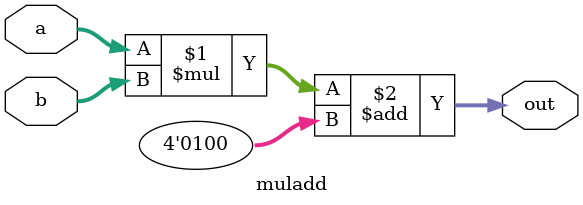
<source format=v>
module muladd(
    input [3:0] a,
    input [3:0] b,
    output [3:0] out
);
    assign out = (a * b) + 4'd4;
endmodule
</source>
